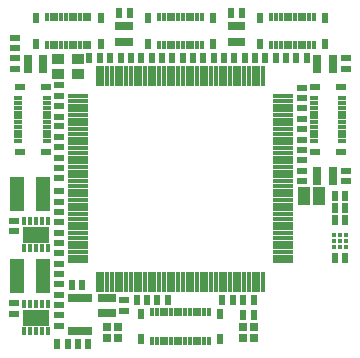
<source format=gts>
G04*
G04 #@! TF.GenerationSoftware,Altium Limited,Altium Designer,24.6.1 (21)*
G04*
G04 Layer_Color=8388736*
%FSLAX44Y44*%
%MOMM*%
G71*
G04*
G04 #@! TF.SameCoordinates,48619F69-8EAF-4B2C-822E-4F61F1B6987E*
G04*
G04*
G04 #@! TF.FilePolarity,Negative*
G04*
G01*
G75*
%ADD30R,1.0032X1.5032*%
%ADD31R,0.4032X1.6532*%
%ADD32R,1.6532X0.4032*%
%ADD33C,0.4532*%
%ADD34R,2.2032X1.4032*%
%ADD35R,0.4532X0.8032*%
%ADD36R,0.5032X0.6532*%
%ADD37R,0.9832X0.8832*%
%ADD38R,0.7032X0.5032*%
%ADD39R,0.5032X0.7032*%
%ADD40R,0.7532X0.7532*%
%ADD41R,1.2032X2.9032*%
%ADD42R,0.4232X0.6782*%
%ADD43R,0.6032X0.9032*%
%ADD44R,0.9032X0.6032*%
%ADD45R,0.8532X0.5232*%
%ADD46R,0.6782X0.4232*%
%ADD47R,0.5232X0.8532*%
D30*
X354400Y235000D02*
D03*
X367500D02*
D03*
D31*
X320000Y337000D02*
D03*
X316000D02*
D03*
X312000D02*
D03*
X308000D02*
D03*
X304000D02*
D03*
X300000D02*
D03*
X296000D02*
D03*
X292000D02*
D03*
X288000D02*
D03*
X284000D02*
D03*
X280000D02*
D03*
X276000D02*
D03*
X272000D02*
D03*
X268000D02*
D03*
X264000D02*
D03*
X260000D02*
D03*
X256000D02*
D03*
X252000D02*
D03*
X248000D02*
D03*
X244000D02*
D03*
X240000D02*
D03*
X236000D02*
D03*
X232000D02*
D03*
X228000D02*
D03*
X224000D02*
D03*
X220000D02*
D03*
X216000D02*
D03*
X212000D02*
D03*
X208000D02*
D03*
X204000D02*
D03*
X200000D02*
D03*
X196000D02*
D03*
X192000D02*
D03*
X188000D02*
D03*
X184000D02*
D03*
X180000D02*
D03*
X212000Y163000D02*
D03*
X208000D02*
D03*
X204000D02*
D03*
X200000D02*
D03*
X196000D02*
D03*
X260000D02*
D03*
X188000D02*
D03*
X184000D02*
D03*
X264000D02*
D03*
X268000D02*
D03*
X276000D02*
D03*
X272000D02*
D03*
X304000D02*
D03*
X292000D02*
D03*
X288000D02*
D03*
X284000D02*
D03*
X308000D02*
D03*
X312000D02*
D03*
X316000D02*
D03*
X280000D02*
D03*
X300000D02*
D03*
X296000D02*
D03*
X320000D02*
D03*
X192000D02*
D03*
X256000D02*
D03*
X252000D02*
D03*
X248000D02*
D03*
X244000D02*
D03*
X240000D02*
D03*
X236000D02*
D03*
X232000D02*
D03*
X224000D02*
D03*
X220000D02*
D03*
X228000D02*
D03*
X216000D02*
D03*
X180000D02*
D03*
D32*
X163000Y320000D02*
D03*
Y316000D02*
D03*
Y312000D02*
D03*
Y308000D02*
D03*
Y304000D02*
D03*
Y300000D02*
D03*
Y296000D02*
D03*
Y292000D02*
D03*
Y288000D02*
D03*
Y284000D02*
D03*
Y280000D02*
D03*
Y276000D02*
D03*
Y272000D02*
D03*
Y268000D02*
D03*
Y264000D02*
D03*
Y260000D02*
D03*
Y256000D02*
D03*
Y252000D02*
D03*
Y248000D02*
D03*
Y244000D02*
D03*
Y240000D02*
D03*
Y236000D02*
D03*
Y232000D02*
D03*
Y228000D02*
D03*
Y224000D02*
D03*
Y220000D02*
D03*
Y216000D02*
D03*
Y212000D02*
D03*
Y208000D02*
D03*
Y204000D02*
D03*
Y200000D02*
D03*
Y196000D02*
D03*
Y192000D02*
D03*
Y188000D02*
D03*
Y184000D02*
D03*
Y180000D02*
D03*
X337000Y292000D02*
D03*
Y320000D02*
D03*
Y300000D02*
D03*
Y288000D02*
D03*
Y308000D02*
D03*
Y312000D02*
D03*
Y304000D02*
D03*
Y316000D02*
D03*
Y296000D02*
D03*
Y216000D02*
D03*
Y224000D02*
D03*
Y220000D02*
D03*
Y248000D02*
D03*
Y244000D02*
D03*
Y240000D02*
D03*
Y236000D02*
D03*
Y228000D02*
D03*
Y232000D02*
D03*
Y212000D02*
D03*
Y256000D02*
D03*
Y268000D02*
D03*
Y252000D02*
D03*
Y264000D02*
D03*
Y284000D02*
D03*
Y272000D02*
D03*
Y260000D02*
D03*
Y276000D02*
D03*
Y280000D02*
D03*
Y192000D02*
D03*
Y204000D02*
D03*
Y184000D02*
D03*
Y180000D02*
D03*
Y188000D02*
D03*
Y196000D02*
D03*
Y200000D02*
D03*
Y208000D02*
D03*
D33*
X380000Y192500D02*
D03*
X385000D02*
D03*
X390000D02*
D03*
Y197500D02*
D03*
Y202500D02*
D03*
X385000D02*
D03*
X380000D02*
D03*
Y197500D02*
D03*
X385000D02*
D03*
D34*
X127500Y132500D02*
D03*
Y202500D02*
D03*
D35*
X137500Y121000D02*
D03*
X132500D02*
D03*
X127500D02*
D03*
X122500D02*
D03*
X117500D02*
D03*
Y144000D02*
D03*
X122500D02*
D03*
X127500D02*
D03*
X132500D02*
D03*
X137500D02*
D03*
Y214000D02*
D03*
X132500D02*
D03*
X127500D02*
D03*
X122500D02*
D03*
X117500D02*
D03*
Y191000D02*
D03*
X122500D02*
D03*
X127500D02*
D03*
X132500D02*
D03*
X137500D02*
D03*
D36*
X157500Y120750D02*
D03*
X162500D02*
D03*
X167500D02*
D03*
Y149250D02*
D03*
X162500D02*
D03*
X157500D02*
D03*
X172500Y120750D02*
D03*
Y149250D02*
D03*
D37*
X146350Y351650D02*
D03*
Y338350D02*
D03*
X163650D02*
D03*
Y351650D02*
D03*
D38*
X366000Y342500D02*
D03*
Y347500D02*
D03*
X379000Y342500D02*
D03*
Y347500D02*
D03*
Y352500D02*
D03*
X366000D02*
D03*
X134000Y342500D02*
D03*
X121000D02*
D03*
Y347500D02*
D03*
Y352500D02*
D03*
X134000Y347500D02*
D03*
Y352500D02*
D03*
X366000Y247500D02*
D03*
Y252500D02*
D03*
X379000Y247500D02*
D03*
Y252500D02*
D03*
Y257500D02*
D03*
X366000D02*
D03*
D39*
X207500Y366000D02*
D03*
X202500D02*
D03*
X207500Y379000D02*
D03*
X202500D02*
D03*
X197500D02*
D03*
Y366000D02*
D03*
X292500D02*
D03*
Y379000D02*
D03*
X297500D02*
D03*
X302500D02*
D03*
X297500Y366000D02*
D03*
X302500D02*
D03*
X182500Y136000D02*
D03*
Y149000D02*
D03*
X187500D02*
D03*
X192500D02*
D03*
X187500Y136000D02*
D03*
X192500D02*
D03*
D40*
X312250Y115250D02*
D03*
Y124750D02*
D03*
X302750D02*
D03*
Y115250D02*
D03*
X187750D02*
D03*
Y124750D02*
D03*
X197250D02*
D03*
Y115250D02*
D03*
D41*
X111500Y237500D02*
D03*
X133500D02*
D03*
X111500Y167500D02*
D03*
X133500D02*
D03*
D42*
X238000Y137120D02*
D03*
X242000D02*
D03*
X226000Y112875D02*
D03*
X230000D02*
D03*
X234000D02*
D03*
X238000D02*
D03*
X242000D02*
D03*
X246000D02*
D03*
X250000D02*
D03*
X254000D02*
D03*
X258000D02*
D03*
X262000D02*
D03*
X266000D02*
D03*
X270000D02*
D03*
X274000D02*
D03*
X226000Y137120D02*
D03*
X230000D02*
D03*
X234000D02*
D03*
X246000D02*
D03*
X250000D02*
D03*
X254000D02*
D03*
X258000D02*
D03*
X262000D02*
D03*
X266000D02*
D03*
X270000D02*
D03*
X274000D02*
D03*
X173000Y387120D02*
D03*
X145000D02*
D03*
X141000D02*
D03*
X137000D02*
D03*
X173000Y362880D02*
D03*
X169000D02*
D03*
X165000D02*
D03*
X161000D02*
D03*
X157000D02*
D03*
X153000D02*
D03*
X149000D02*
D03*
X145000D02*
D03*
X141000D02*
D03*
X137000D02*
D03*
X165000Y387120D02*
D03*
X169000D02*
D03*
X149000D02*
D03*
X161000D02*
D03*
X153000D02*
D03*
X157000D02*
D03*
X240000D02*
D03*
X236000D02*
D03*
X232000D02*
D03*
X268000Y362880D02*
D03*
X264000D02*
D03*
X260000D02*
D03*
X256000D02*
D03*
X252000D02*
D03*
X248000D02*
D03*
X244000D02*
D03*
X240000D02*
D03*
X236000D02*
D03*
X232000D02*
D03*
X260000Y387120D02*
D03*
X264000D02*
D03*
X244000D02*
D03*
X256000D02*
D03*
X248000D02*
D03*
X252000D02*
D03*
X268000D02*
D03*
X347000D02*
D03*
X343000D02*
D03*
X351000D02*
D03*
X339000D02*
D03*
X359000D02*
D03*
X355000D02*
D03*
X327000Y362880D02*
D03*
X331000D02*
D03*
X335000D02*
D03*
X339000D02*
D03*
X343000D02*
D03*
X347000D02*
D03*
X351000D02*
D03*
X355000D02*
D03*
X359000D02*
D03*
X363000D02*
D03*
X327000Y387120D02*
D03*
X331000D02*
D03*
X335000D02*
D03*
X363000D02*
D03*
D43*
X312000Y147500D02*
D03*
X303000D02*
D03*
X222000D02*
D03*
X213000D02*
D03*
X303000Y135000D02*
D03*
X158000Y160000D02*
D03*
X167000D02*
D03*
X145500Y110000D02*
D03*
X154500D02*
D03*
X172000D02*
D03*
X163000D02*
D03*
X285500Y147500D02*
D03*
X294500D02*
D03*
X230500D02*
D03*
X239500D02*
D03*
X295500Y352500D02*
D03*
X304500D02*
D03*
X243000D02*
D03*
X252000D02*
D03*
X208000D02*
D03*
X217000D02*
D03*
X182000D02*
D03*
X173000D02*
D03*
X269500D02*
D03*
X260500D02*
D03*
X339500D02*
D03*
X330500D02*
D03*
X190500D02*
D03*
X199500D02*
D03*
X278000D02*
D03*
X287000D02*
D03*
X348000D02*
D03*
X357000D02*
D03*
X225500D02*
D03*
X234500D02*
D03*
X313000D02*
D03*
X322000D02*
D03*
X389500Y215000D02*
D03*
X380500D02*
D03*
Y182500D02*
D03*
X389500D02*
D03*
X380500Y225000D02*
D03*
X389500D02*
D03*
X312000Y135000D02*
D03*
X389500Y235000D02*
D03*
X380500D02*
D03*
X302000Y390000D02*
D03*
X293000D02*
D03*
X207000D02*
D03*
X198000D02*
D03*
D44*
X147500Y329500D02*
D03*
Y320500D02*
D03*
Y268000D02*
D03*
Y277000D02*
D03*
Y250500D02*
D03*
Y259500D02*
D03*
X202500Y147000D02*
D03*
X352500Y257000D02*
D03*
Y248000D02*
D03*
Y309500D02*
D03*
Y300500D02*
D03*
X147500Y178000D02*
D03*
Y187000D02*
D03*
Y239500D02*
D03*
Y230500D02*
D03*
Y213000D02*
D03*
Y222000D02*
D03*
Y204500D02*
D03*
Y195500D02*
D03*
X109000Y214500D02*
D03*
Y205500D02*
D03*
X147500Y134500D02*
D03*
Y125500D02*
D03*
Y143000D02*
D03*
Y152000D02*
D03*
Y169500D02*
D03*
Y160500D02*
D03*
X109000Y144500D02*
D03*
Y135500D02*
D03*
X147500Y294500D02*
D03*
Y285500D02*
D03*
X352500Y283000D02*
D03*
Y292000D02*
D03*
X147500Y302500D02*
D03*
Y311500D02*
D03*
X352500Y274500D02*
D03*
Y265500D02*
D03*
X110000Y360500D02*
D03*
Y369500D02*
D03*
X352500Y327000D02*
D03*
Y318000D02*
D03*
X202500Y138000D02*
D03*
X390000Y257000D02*
D03*
Y248000D02*
D03*
Y352000D02*
D03*
Y343000D02*
D03*
X110000Y352000D02*
D03*
Y343000D02*
D03*
D45*
X135850Y327500D02*
D03*
Y272500D02*
D03*
X114150D02*
D03*
Y327500D02*
D03*
X385850Y272500D02*
D03*
Y327500D02*
D03*
X364150D02*
D03*
Y272500D02*
D03*
D46*
X112880Y290000D02*
D03*
Y286000D02*
D03*
Y282000D02*
D03*
X137120Y318000D02*
D03*
Y314000D02*
D03*
Y310000D02*
D03*
Y306000D02*
D03*
Y302000D02*
D03*
Y298000D02*
D03*
Y294000D02*
D03*
Y290000D02*
D03*
Y286000D02*
D03*
Y282000D02*
D03*
X112880Y310000D02*
D03*
Y314000D02*
D03*
Y294000D02*
D03*
Y306000D02*
D03*
Y298000D02*
D03*
Y302000D02*
D03*
Y318000D02*
D03*
X387120Y282000D02*
D03*
Y298000D02*
D03*
Y302000D02*
D03*
Y294000D02*
D03*
Y306000D02*
D03*
Y286000D02*
D03*
Y290000D02*
D03*
X362880Y318000D02*
D03*
Y314000D02*
D03*
Y310000D02*
D03*
Y306000D02*
D03*
Y302000D02*
D03*
Y298000D02*
D03*
Y294000D02*
D03*
Y290000D02*
D03*
Y286000D02*
D03*
Y282000D02*
D03*
X387120Y318000D02*
D03*
Y314000D02*
D03*
Y310000D02*
D03*
D47*
X216500Y135850D02*
D03*
X283500D02*
D03*
Y114150D02*
D03*
X216500D02*
D03*
X182500Y364150D02*
D03*
X127500D02*
D03*
Y385850D02*
D03*
X182500D02*
D03*
X277500Y364150D02*
D03*
X222500D02*
D03*
Y385850D02*
D03*
X277500D02*
D03*
X372500D02*
D03*
X317500D02*
D03*
Y364150D02*
D03*
X372500D02*
D03*
M02*

</source>
